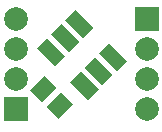
<source format=gbr>
G04 EAGLE Gerber RS-274X export*
G75*
%MOMM*%
%FSLAX34Y34*%
%LPD*%
%INSoldermask Top*%
%IPPOS*%
%AMOC8*
5,1,8,0,0,1.08239X$1,22.5*%
G01*
%ADD10R,1.427000X1.727000*%
%ADD11R,2.006600X2.006600*%
%ADD12C,2.006600*%
%ADD13R,2.127000X1.227000*%


D10*
G36*
X52581Y28210D02*
X62672Y18119D01*
X50461Y5908D01*
X40370Y15999D01*
X52581Y28210D01*
G37*
G36*
X38439Y42352D02*
X48530Y32261D01*
X36319Y20050D01*
X26228Y30141D01*
X38439Y42352D01*
G37*
D11*
X13970Y13970D03*
D12*
X13970Y39370D03*
X13970Y64770D03*
X13970Y90170D03*
D13*
G36*
X69020Y45695D02*
X84059Y30656D01*
X75382Y21979D01*
X60343Y37018D01*
X69020Y45695D01*
G37*
G36*
X81041Y57716D02*
X96080Y42677D01*
X87403Y34000D01*
X72364Y49039D01*
X81041Y57716D01*
G37*
G36*
X93062Y69737D02*
X108101Y54698D01*
X99424Y46021D01*
X84385Y61060D01*
X93062Y69737D01*
G37*
G36*
X64778Y98021D02*
X79817Y82982D01*
X71140Y74305D01*
X56101Y89344D01*
X64778Y98021D01*
G37*
G36*
X52757Y86000D02*
X67796Y70961D01*
X59119Y62284D01*
X44080Y77323D01*
X52757Y86000D01*
G37*
G36*
X40736Y73979D02*
X55775Y58940D01*
X47098Y50263D01*
X32059Y65302D01*
X40736Y73979D01*
G37*
D11*
X125000Y90170D03*
D12*
X125000Y64770D03*
X125000Y39370D03*
X125000Y13970D03*
M02*

</source>
